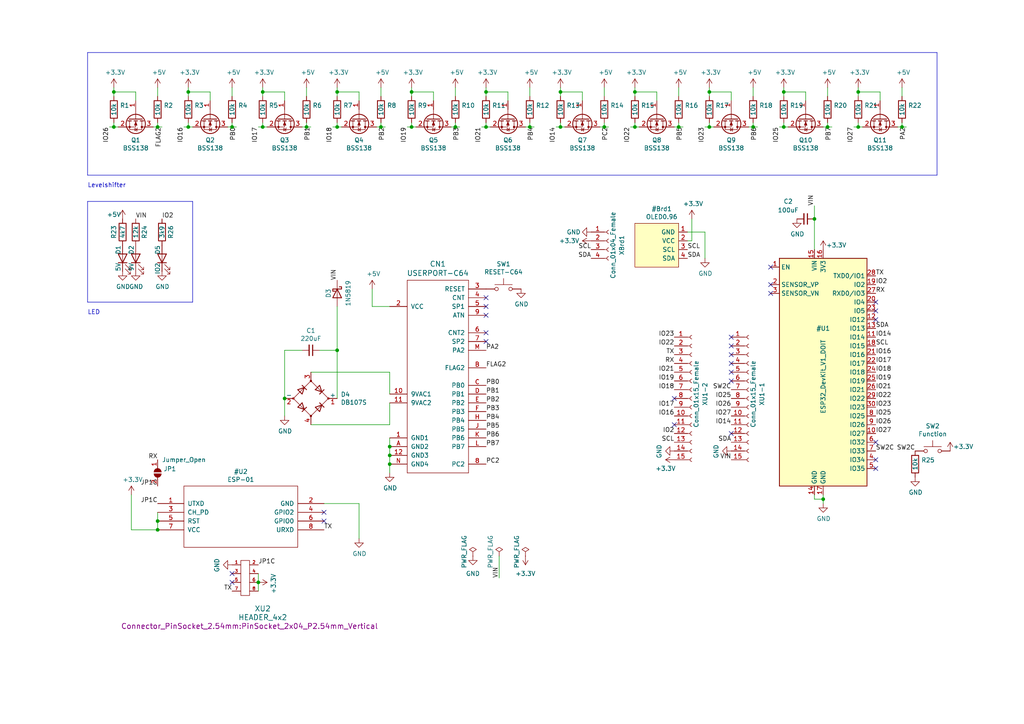
<source format=kicad_sch>
(kicad_sch (version 20230121) (generator eeschema)
  (paper "A4")
  (title_block (title "WiC64 Plugin") (date "2021-01-18") (rev "0.6") (comment 1 "(C) 2021 by GMP"))
  (lib_symbols
    (symbol "Connector:Conn_01x04_Socket" (pin_names (offset 1.016) hide)
      (property "Reference" "J" (at 0 5.08 0))
      (property "Value" "Conn_01x04_Socket" (at 0 -7.62 0))
      (symbol "Conn_01x04_Socket_1_1"
        (pin passive line (at -5.08 2.54 0) (length 3.81) (name "Pin_1") (number "1"))
        (pin passive line (at -5.08 0 0) (length 3.81) (name "Pin_2") (number "2"))
        (pin passive line (at -5.08 -2.54 0) (length 3.81) (name "Pin_3") (number "3"))
        (pin passive line (at -5.08 -5.08 0) (length 3.81) (name "Pin_4") (number "4"))
      )
    )
    (symbol "Connector:Conn_01x15_Socket" (pin_names (offset 1.016) hide)
      (property "Reference" "J" (at 0 20.32 0))
      (property "Value" "Conn_01x15_Socket" (at 0 -20.32 0))
      (symbol "Conn_01x15_Socket_1_1"
        (pin passive line (at -5.08 17.78 0) (length 3.81) (name "Pin_1") (number "1"))
        (pin passive line (at -5.08 -5.08 0) (length 3.81) (name "Pin_10") (number "10"))
        (pin passive line (at -5.08 -7.62 0) (length 3.81) (name "Pin_11") (number "11"))
        (pin passive line (at -5.08 -10.16 0) (length 3.81) (name "Pin_12") (number "12"))
        (pin passive line (at -5.08 -12.7 0) (length 3.81) (name "Pin_13") (number "13"))
        (pin passive line (at -5.08 -15.24 0) (length 3.81) (name "Pin_14") (number "14"))
        (pin passive line (at -5.08 -17.78 0) (length 3.81) (name "Pin_15") (number "15"))
        (pin passive line (at -5.08 15.24 0) (length 3.81) (name "Pin_2") (number "2"))
        (pin passive line (at -5.08 12.7 0) (length 3.81) (name "Pin_3") (number "3"))
        (pin passive line (at -5.08 10.16 0) (length 3.81) (name "Pin_4") (number "4"))
        (pin passive line (at -5.08 7.62 0) (length 3.81) (name "Pin_5") (number "5"))
        (pin passive line (at -5.08 5.08 0) (length 3.81) (name "Pin_6") (number "6"))
        (pin passive line (at -5.08 2.54 0) (length 3.81) (name "Pin_7") (number "7"))
        (pin passive line (at -5.08 0 0) (length 3.81) (name "Pin_8") (number "8"))
        (pin passive line (at -5.08 -2.54 0) (length 3.81) (name "Pin_9") (number "9"))
      )
    )
    (symbol "Device:C_Small" (pin_numbers hide) (pin_names (offset 0.254) hide)
      (property "Reference" "C" (at 0.254 1.778 0))
      (property "Value" "C_Small" (at 0.254 -2.032 0))
      (symbol "C_Small_1_1"
        (pin passive line (at 0 2.54 270) (length 2.032) (name "~") (number "1"))
        (pin passive line (at 0 -2.54 90) (length 2.032) (name "~") (number "2"))
      )
    )
    (symbol "Device:D_Bridge_+-AA" (pin_names (offset 0))
      (property "Reference" "D" (at 2.54 6.985 0))
      (property "Value" "D_Bridge_+-AA" (at 2.54 5.08 0))
      (symbol "D_Bridge_+-AA_1_1"
        (pin passive line (at 7.62 0 180) (length 2.54) (name "+") (number "1"))
        (pin passive line (at -7.62 0 0) (length 2.54) (name "-") (number "2"))
        (pin passive line (at 0 7.62 270) (length 2.54) (name "~") (number "3"))
        (pin passive line (at 0 -7.62 90) (length 2.54) (name "~") (number "4"))
      )
    )
    (symbol "Device:D_Schottky" (pin_numbers hide) (pin_names (offset 1.016) hide)
      (property "Reference" "D" (at 0 2.54 0))
      (property "Value" "D_Schottky" (at 0 -2.54 0))
      (symbol "D_Schottky_1_1"
        (pin passive line (at -3.81 0 0) (length 2.54) (name "K") (number "1"))
        (pin passive line (at 3.81 0 180) (length 2.54) (name "A") (number "2"))
      )
    )
    (symbol "Device:LED" (pin_numbers hide) (pin_names (offset 1.016) hide)
      (property "Reference" "D" (at 0 2.54 0))
      (property "Value" "LED" (at 0 -2.54 0))
      (symbol "LED_1_1"
        (pin passive line (at -3.81 0 0) (length 2.54) (name "K") (number "1"))
        (pin passive line (at 3.81 0 180) (length 2.54) (name "A") (number "2"))
      )
    )
    (symbol "Device:R" (pin_numbers hide) (pin_names (offset 0))
      (property "Reference" "R" (at 2.032 0 90))
      (property "Value" "R" (at 0 0 90))
      (symbol "R_1_1"
        (pin passive line (at 0 3.81 270) (length 1.27) (name "~") (number "1"))
        (pin passive line (at 0 -3.81 90) (length 1.27) (name "~") (number "2"))
      )
    )
    (symbol "ESP8266:ESP-01v090" (pin_names (offset 1.016))
      (property "Reference" "U" (at 0 -2.54 0))
      (property "Value" "ESP-01v090" (at 0 2.54 0))
      (symbol "ESP-01v090_1_1"
        (pin output line (at -24.13 3.81 0) (length 7.62) (name "UTXD") (number "1"))
        (pin power_in line (at 24.13 3.81 180) (length 7.62) (name "GND") (number "2"))
        (pin input line (at -24.13 1.27 0) (length 7.62) (name "CH_PD") (number "3"))
        (pin tri_state line (at 24.13 1.27 180) (length 7.62) (name "GPIO2") (number "4"))
        (pin input line (at -24.13 -1.27 0) (length 7.62) (name "RST") (number "5"))
        (pin tri_state line (at 24.13 -1.27 180) (length 7.62) (name "GPIO0") (number "6"))
        (pin power_in line (at -24.13 -3.81 0) (length 7.62) (name "VCC") (number "7"))
        (pin input line (at 24.13 -3.81 180) (length 7.62) (name "URXD") (number "8"))
      )
    )
    (symbol "Jumper:SolderJumper_2_Open" (pin_names (offset 0) hide)
      (property "Reference" "JP" (at 0 2.032 0))
      (property "Value" "SolderJumper_2_Open" (at 0 -2.54 0))
      (symbol "SolderJumper_2_Open_1_1"
        (pin passive line (at -3.81 0 0) (length 2.54) (name "A") (number "1"))
        (pin passive line (at 3.81 0 180) (length 2.54) (name "B") (number "2"))
      )
    )
    (symbol "SSD1306-128x64_OLED:SSD1306" (pin_names (offset 1.016))
      (property "Reference" "Brd" (at 0 -3.81 0))
      (property "Value" "SSD1306" (at 0 -1.27 0))
      (symbol "SSD1306_1_1"
        (pin input line (at -3.81 8.89 270) (length 2.54) (name "GND") (number "1"))
        (pin input line (at -1.27 8.89 270) (length 2.54) (name "VCC") (number "2"))
        (pin input line (at 1.27 8.89 270) (length 2.54) (name "SCL") (number "3"))
        (pin input line (at 3.81 8.89 270) (length 2.54) (name "SDA") (number "4"))
      )
    )
    (symbol "Switch:SW_Push" (pin_numbers hide) (pin_names (offset 1.016) hide)
      (property "Reference" "SW" (at 1.27 2.54 0))
      (property "Value" "SW_Push" (at 0 -1.524 0))
      (symbol "SW_Push_0_1"
        (pin passive line (at -5.08 0 0) (length 2.54) (name "1") (number "1"))
        (pin passive line (at 5.08 0 180) (length 2.54) (name "2") (number "2"))
      )
    )
    (symbol "Transistor_FET:BSS138" (pin_names hide)
      (property "Reference" "Q" (at 5.08 1.905 0))
      (property "Value" "BSS138" (at 5.08 0 0))
      (symbol "BSS138_1_1"
        (pin input line (at -5.08 0 0) (length 2.54) (name "G") (number "1"))
        (pin passive line (at 2.54 -5.08 90) (length 2.54) (name "S") (number "2"))
        (pin passive line (at 2.54 5.08 270) (length 2.54) (name "D") (number "3"))
      )
    )
    (symbol "cbm-connectors:USERPORT-C64-CONN" (pin_names (offset 1.016))
      (property "Reference" "CN" (at -10.16 28.448 0))
      (property "Value" "USERPORT-C64-CONN" (at -10.16 -30.48 0))
      (property "Footprint" "cbm-connectors:UPS24CONN" (at 0 0 0))
      (symbol "USERPORT-C64-CONN_1_0"
        (pin power_in line (at -15.24 -17.78 0) (length 5.08) (name "GND1") (number "1"))
        (pin power_out line (at -15.24 -5.08 0) (length 5.08) (name "9VAC1") (number "10"))
        (pin power_out line (at -15.24 -7.62 0) (length 5.08) (name "9VAC2") (number "11"))
        (pin power_in line (at -15.24 -22.86 0) (length 5.08) (name "GND3") (number "12"))
        (pin power_out line (at -15.24 20.32 0) (length 5.08) (name "VCC") (number "2"))
        (pin passive line (at 12.7 25.4 180) (length 5.08) (name "RESET") (number "3"))
        (pin input line (at 12.7 22.86 180) (length 5.08) (name "CNT") (number "4"))
        (pin bidirectional line (at 12.7 20.32 180) (length 5.08) (name "SP1") (number "5"))
        (pin input line (at 12.7 12.7 180) (length 5.08) (name "CNT2") (number "6"))
        (pin bidirectional line (at 12.7 10.16 180) (length 5.08) (name "SP2") (number "7"))
        (pin output line (at 12.7 -25.4 180) (length 5.08) (name "PC2") (number "8"))
        (pin output line (at 12.7 17.78 180) (length 5.08) (name "ATN") (number "9"))
        (pin power_in line (at -15.24 -20.32 0) (length 5.08) (name "GND2") (number "A"))
        (pin input line (at 12.7 2.54 180) (length 5.08) (name "FLAG2") (number "B"))
        (pin bidirectional line (at 12.7 -2.54 180) (length 5.08) (name "PB0") (number "C"))
        (pin bidirectional line (at 12.7 -5.08 180) (length 5.08) (name "PB1") (number "D"))
        (pin bidirectional line (at 12.7 -7.62 180) (length 5.08) (name "PB2") (number "E"))
        (pin bidirectional line (at 12.7 -10.16 180) (length 5.08) (name "PB3") (number "F"))
        (pin bidirectional line (at 12.7 -12.7 180) (length 5.08) (name "PB4") (number "H"))
        (pin bidirectional line (at 12.7 -15.24 180) (length 5.08) (name "PB5") (number "J"))
        (pin bidirectional line (at 12.7 -17.78 180) (length 5.08) (name "PB6") (number "K"))
        (pin bidirectional line (at 12.7 -20.32 180) (length 5.08) (name "PB7") (number "L"))
        (pin bidirectional line (at 12.7 7.62 180) (length 5.08) (name "PA2") (number "M"))
        (pin power_in line (at -15.24 -25.4 0) (length 5.08) (name "GND4") (number "N"))
      )
    )
    (symbol "esp32_devkit_v1_doit:ESP32_DevKit_V1_DOIT"
      (property "Reference" "U" (at -11.43 34.29 0))
      (property "Value" "ESP32_DevKit_V1_DOIT" (at 11.43 34.29 0))
      (symbol "ESP32_DevKit_V1_DOIT_1_1"
        (pin input line (at -15.24 30.48 0) (length 2.54) (name "EN") (number "1"))
        (pin bidirectional line (at 15.24 -17.78 180) (length 2.54) (name "IO27") (number "10"))
        (pin bidirectional line (at 15.24 10.16 180) (length 2.54) (name "IO14") (number "11"))
        (pin bidirectional line (at 15.24 15.24 180) (length 2.54) (name "IO12") (number "12"))
        (pin bidirectional line (at 15.24 12.7 180) (length 2.54) (name "IO13") (number "13"))
        (pin power_in line (at -2.54 -35.56 90) (length 2.54) (name "GND") (number "14"))
        (pin power_in line (at -2.54 35.56 270) (length 2.54) (name "VIN") (number "15"))
        (pin power_in line (at 0 35.56 270) (length 2.54) (name "3V3") (number "16"))
        (pin power_in line (at 0 -35.56 90) (length 2.54) (name "GND") (number "17"))
        (pin bidirectional line (at 15.24 7.62 180) (length 2.54) (name "IO15") (number "18"))
        (pin bidirectional line (at 15.24 25.4 180) (length 2.54) (name "IO2") (number "19"))
        (pin input line (at -15.24 25.4 0) (length 2.54) (name "SENSOR_VP") (number "2"))
        (pin bidirectional line (at 15.24 20.32 180) (length 2.54) (name "IO4") (number "20"))
        (pin bidirectional line (at 15.24 5.08 180) (length 2.54) (name "IO16") (number "21"))
        (pin bidirectional line (at 15.24 2.54 180) (length 2.54) (name "IO17") (number "22"))
        (pin bidirectional line (at 15.24 17.78 180) (length 2.54) (name "IO5") (number "23"))
        (pin bidirectional line (at 15.24 0 180) (length 2.54) (name "IO18") (number "24"))
        (pin bidirectional line (at 15.24 -2.54 180) (length 2.54) (name "IO19") (number "25"))
        (pin bidirectional line (at 15.24 -5.08 180) (length 2.54) (name "IO21") (number "26"))
        (pin bidirectional line (at 15.24 22.86 180) (length 2.54) (name "RXD0/IO3") (number "27"))
        (pin bidirectional line (at 15.24 27.94 180) (length 2.54) (name "TXD0/IO1") (number "28"))
        (pin bidirectional line (at 15.24 -7.62 180) (length 2.54) (name "IO22") (number "29"))
        (pin input line (at -15.24 22.86 0) (length 2.54) (name "SENSOR_VN") (number "3"))
        (pin bidirectional line (at 15.24 -10.16 180) (length 2.54) (name "IO23") (number "30"))
        (pin input line (at 15.24 -25.4 180) (length 2.54) (name "IO34") (number "4"))
        (pin input line (at 15.24 -27.94 180) (length 2.54) (name "IO35") (number "5"))
        (pin bidirectional line (at 15.24 -20.32 180) (length 2.54) (name "IO32") (number "6"))
        (pin bidirectional line (at 15.24 -22.86 180) (length 2.54) (name "IO33") (number "7"))
        (pin bidirectional line (at 15.24 -12.7 180) (length 2.54) (name "IO25") (number "8"))
        (pin bidirectional line (at 15.24 -15.24 180) (length 2.54) (name "IO26") (number "9"))
      )
    )
    (symbol "power:+3.3V" (power) (pin_names (offset 0))
      (property "Value" "+3.3V" (at 0 3.556 0))
      (symbol "+3.3V_1_1"
        (pin power_in line (at 0 0 90) (length 0) hide (name "+3.3V") (number "1"))
      )
    )
    (symbol "power:+5V" (power) (pin_names (offset 0))
      (property "Value" "+5V" (at 0 3.556 0))
      (symbol "+5V_1_1"
        (pin power_in line (at 0 0 90) (length 0) hide (name "+5V") (number "1"))
      )
    )
    (symbol "power:GND" (power) (pin_names (offset 0))
      (property "Value" "GND" (at 0 -3.81 0))
      (symbol "GND_1_1"
        (pin power_in line (at 0 0 270) (length 0) hide (name "GND") (number "1"))
      )
    )
    (symbol "power:PWR_FLAG" (power) (pin_numbers hide) (pin_names (offset 0) hide)
      (property "Value" "PWR_FLAG" (at 0 3.81 0))
      (symbol "PWR_FLAG_0_0"
        (pin power_out line (at 0 0 90) (length 0) (name "pwr") (number "1"))
      )
    )
    (symbol "w_connectors:HEADER_4x2" (pin_names (offset 0))
      (property "Reference" "J" (at 0 6.35 0))
      (property "Value" "HEADER_4x2" (at 0 -6.35 0))
      (symbol "HEADER_4x2_1_1"
        (pin passive line (at -3.81 3.81 0) (length 2.54) (name "~") (number "1"))
        (pin passive line (at 3.81 3.81 180) (length 2.54) (name "~") (number "2"))
        (pin passive line (at -3.81 1.27 0) (length 2.54) (name "~") (number "3"))
        (pin passive line (at 3.81 1.27 180) (length 2.54) (name "~") (number "4"))
        (pin passive line (at -3.81 -1.27 0) (length 2.54) (name "~") (number "5"))
        (pin passive line (at 3.81 -1.27 180) (length 2.54) (name "~") (number "6"))
        (pin passive line (at -3.81 -3.81 0) (length 2.54) (name "~") (number "7"))
        (pin passive line (at 3.81 -3.81 180) (length 2.54) (name "~") (number "8"))
      )
    )
  )
  (junction (at 45.72 151.13))
  (junction (at 76.2 26.67))
  (junction (at 97.79 26.67))
  (junction (at 248.92 36.83))
  (junction (at 54.61 26.67))
  (junction (at 248.92 26.67))
  (junction (at 113.03 132.08))
  (junction (at 119.38 36.83))
  (junction (at 236.22 63.5))
  (junction (at 113.03 129.54))
  (junction (at 33.02 26.67))
  (junction (at 175.26 36.83))
  (junction (at 261.62 36.83))
  (junction (at 97.79 101.6))
  (junction (at 205.74 36.83))
  (junction (at 140.97 26.67))
  (junction (at 227.33 36.83))
  (junction (at 196.85 36.83))
  (junction (at 205.74 26.67))
  (junction (at 240.03 36.83))
  (junction (at 162.56 26.67))
  (junction (at 88.9 36.83))
  (junction (at 119.38 26.67))
  (junction (at 140.97 36.83))
  (junction (at 113.03 134.62))
  (junction (at 54.61 36.83))
  (junction (at 110.49 36.83))
  (junction (at 218.44 36.83))
  (junction (at 153.67 36.83))
  (junction (at 227.33 26.67))
  (junction (at 45.72 153.67))
  (junction (at 74.93 168.91))
  (junction (at 132.08 36.83))
  (junction (at 184.15 36.83))
  (junction (at 82.55 115.57))
  (junction (at 33.02 36.83))
  (junction (at 76.2 36.83))
  (junction (at 97.79 36.83))
  (junction (at 162.56 36.83))
  (junction (at 45.72 36.83))
  (junction (at 238.76 144.78))
  (junction (at 184.15 26.67))
  (junction (at 67.31 36.83))
  (no_connect (at 254 92.71))
  (no_connect (at 254 133.35))
  (no_connect (at 195.58 123.19))
  (no_connect (at 93.98 148.59))
  (no_connect (at 212.09 105.41))
  (no_connect (at 140.97 91.44))
  (no_connect (at 254 135.89))
  (no_connect (at 140.97 86.36))
  (no_connect (at 212.09 97.79))
  (no_connect (at 254 87.63))
  (no_connect (at 254 90.17))
  (no_connect (at 140.97 88.9))
  (no_connect (at 212.09 110.49))
  (no_connect (at 254 128.27))
  (no_connect (at 223.52 82.55))
  (no_connect (at 212.09 107.95))
  (no_connect (at 223.52 85.09))
  (no_connect (at 212.09 102.87))
  (no_connect (at 67.31 166.37))
  (no_connect (at 140.97 96.52))
  (no_connect (at 223.52 77.47))
  (no_connect (at 212.09 125.73))
  (no_connect (at 195.58 115.57))
  (no_connect (at 67.31 168.91))
  (no_connect (at 93.98 151.13))
  (no_connect (at 140.97 99.06))
  (no_connect (at 212.09 100.33))
  (wire (pts (xy 120.65 36.83) (xy 119.38 36.83)))
  (wire (pts (xy 173.99 36.83) (xy 175.26 36.83)))
  (wire (pts (xy 140.97 27.94) (xy 140.97 26.67)))
  (wire (pts (xy 147.32 29.21) (xy 147.32 26.67)))
  (wire (pts (xy 175.26 27.94) (xy 175.26 25.4)))
  (wire (pts (xy 109.22 36.83) (xy 110.49 36.83)))
  (wire (pts (xy 38.1 143.51) (xy 38.1 153.67)))
  (wire (pts (xy 184.15 36.83) (xy 184.15 35.56)))
  (wire (pts (xy 33.02 36.83) (xy 33.02 35.56)))
  (wire (pts (xy 248.92 36.83) (xy 248.92 35.56)))
  (wire (pts (xy 97.79 36.83) (xy 97.79 35.56)))
  (wire (pts (xy 207.01 36.83) (xy 205.74 36.83)))
  (wire (pts (xy 153.67 27.94) (xy 153.67 25.4)))
  (wire (pts (xy 147.32 26.67) (xy 140.97 26.67)))
  (polyline (pts (xy 271.78 50.8) (xy 25.4 50.8)))
  (wire (pts (xy 97.79 26.67) (xy 97.79 25.4)))
  (wire (pts (xy 175.26 36.83) (xy 175.26 35.56)))
  (wire (pts (xy 162.56 36.83) (xy 161.29 36.83)))
  (wire (pts (xy 248.92 36.83) (xy 247.65 36.83)))
  (wire (pts (xy 119.38 27.94) (xy 119.38 26.67)))
  (wire (pts (xy 119.38 26.67) (xy 119.38 25.4)))
  (wire (pts (xy 113.03 137.16) (xy 113.03 134.62)))
  (wire (pts (xy 82.55 26.67) (xy 76.2 26.67)))
  (wire (pts (xy 205.74 26.67) (xy 205.74 25.4)))
  (wire (pts (xy 227.33 26.67) (xy 227.33 25.4)))
  (wire (pts (xy 76.2 26.67) (xy 76.2 25.4)))
  (polyline (pts (xy 25.4 58.42) (xy 55.88 58.42)))
  (wire (pts (xy 54.61 27.94) (xy 54.61 26.67)))
  (wire (pts (xy 74.93 166.37) (xy 74.93 168.91)))
  (wire (pts (xy 190.5 26.67) (xy 184.15 26.67)))
  (wire (pts (xy 152.4 36.83) (xy 153.67 36.83)))
  (wire (pts (xy 34.29 36.83) (xy 33.02 36.83)))
  (wire (pts (xy 217.17 36.83) (xy 218.44 36.83)))
  (wire (pts (xy 113.03 132.08) (xy 113.03 129.54)))
  (wire (pts (xy 45.72 36.83) (xy 45.72 35.56)))
  (wire (pts (xy 240.03 27.94) (xy 240.03 25.4)))
  (wire (pts (xy 238.76 143.51) (xy 238.76 144.78)))
  (wire (pts (xy 248.92 27.94) (xy 248.92 26.67)))
  (wire (pts (xy 74.93 171.45) (xy 74.93 168.91)))
  (wire (pts (xy 227.33 27.94) (xy 227.33 26.67)))
  (wire (pts (xy 97.79 27.94) (xy 97.79 26.67)))
  (wire (pts (xy 228.6 36.83) (xy 227.33 36.83)))
  (wire (pts (xy 104.14 26.67) (xy 97.79 26.67)))
  (wire (pts (xy 110.49 36.83) (xy 110.49 35.56)))
  (wire (pts (xy 168.91 29.21) (xy 168.91 26.67)))
  (wire (pts (xy 39.37 26.67) (xy 33.02 26.67)))
  (wire (pts (xy 119.38 36.83) (xy 119.38 35.56)))
  (wire (pts (xy 76.2 36.83) (xy 74.93 36.83)))
  (wire (pts (xy 60.96 26.67) (xy 54.61 26.67)))
  (wire (pts (xy 261.62 36.83) (xy 261.62 35.56)))
  (wire (pts (xy 107.95 88.9) (xy 107.95 83.82)))
  (wire (pts (xy 140.97 36.83) (xy 139.7 36.83)))
  (wire (pts (xy 125.73 26.67) (xy 119.38 26.67)))
  (wire (pts (xy 240.03 36.83) (xy 241.3 36.83)))
  (wire (pts (xy 38.1 153.67) (xy 45.72 153.67)))
  (wire (pts (xy 67.31 36.83) (xy 67.31 35.56)))
  (wire (pts (xy 196.85 27.94) (xy 196.85 25.4)))
  (wire (pts (xy 195.58 36.83) (xy 196.85 36.83)))
  (wire (pts (xy 212.09 29.21) (xy 212.09 26.67)))
  (wire (pts (xy 205.74 27.94) (xy 205.74 26.67)))
  (wire (pts (xy 54.61 36.83) (xy 53.34 36.83)))
  (wire (pts (xy 90.17 123.19) (xy 113.03 123.19)))
  (polyline (pts (xy 25.4 58.42) (xy 25.4 87.63)))
  (wire (pts (xy 132.08 27.94) (xy 132.08 25.4)))
  (wire (pts (xy 45.72 36.83) (xy 46.99 36.83)))
  (wire (pts (xy 87.63 101.6) (xy 82.55 101.6)))
  (wire (pts (xy 260.35 36.83) (xy 261.62 36.83)))
  (wire (pts (xy 144.78 161.29) (xy 144.78 167.64)))
  (wire (pts (xy 88.9 36.83) (xy 88.9 35.56)))
  (wire (pts (xy 162.56 26.67) (xy 162.56 25.4)))
  (wire (pts (xy 238.76 36.83) (xy 240.03 36.83)))
  (wire (pts (xy 97.79 36.83) (xy 96.52 36.83)))
  (wire (pts (xy 104.14 146.05) (xy 104.14 156.21)))
  (wire (pts (xy 168.91 26.67) (xy 162.56 26.67)))
  (wire (pts (xy 113.03 123.19) (xy 113.03 116.84)))
  (wire (pts (xy 205.74 36.83) (xy 204.47 36.83)))
  (wire (pts (xy 199.39 69.85) (xy 200.66 69.85)))
  (wire (pts (xy 199.39 67.31) (xy 204.47 67.31)))
  (wire (pts (xy 119.38 36.83) (xy 118.11 36.83)))
  (wire (pts (xy 113.03 88.9) (xy 107.95 88.9)))
  (wire (pts (xy 236.22 63.5) (xy 236.22 72.39)))
  (wire (pts (xy 54.61 36.83) (xy 54.61 35.56)))
  (wire (pts (xy 200.66 69.85) (xy 200.66 63.5)))
  (wire (pts (xy 113.03 129.54) (xy 113.03 127)))
  (wire (pts (xy 125.73 29.21) (xy 125.73 26.67)))
  (polyline (pts (xy 271.78 15.24) (xy 271.78 50.8)))
  (wire (pts (xy 104.14 29.21) (xy 104.14 26.67)))
  (wire (pts (xy 66.04 36.83) (xy 67.31 36.83)))
  (wire (pts (xy 33.02 26.67) (xy 33.02 25.4)))
  (wire (pts (xy 142.24 36.83) (xy 140.97 36.83)))
  (wire (pts (xy 110.49 36.83) (xy 111.76 36.83)))
  (wire (pts (xy 248.92 26.67) (xy 248.92 25.4)))
  (wire (pts (xy 67.31 36.83) (xy 68.58 36.83)))
  (wire (pts (xy 163.83 36.83) (xy 162.56 36.83)))
  (wire (pts (xy 261.62 36.83) (xy 262.89 36.83)))
  (wire (pts (xy 153.67 36.83) (xy 153.67 35.56)))
  (wire (pts (xy 236.22 63.5) (xy 236.22 59.69)))
  (wire (pts (xy 45.72 27.94) (xy 45.72 25.4)))
  (wire (pts (xy 205.74 36.83) (xy 205.74 35.56)))
  (wire (pts (xy 55.88 36.83) (xy 54.61 36.83)))
  (wire (pts (xy 67.31 27.94) (xy 67.31 25.4)))
  (wire (pts (xy 45.72 148.59) (xy 45.72 151.13)))
  (polyline (pts (xy 25.4 15.24) (xy 271.78 15.24)))
  (wire (pts (xy 33.02 36.83) (xy 31.75 36.83)))
  (wire (pts (xy 88.9 27.94) (xy 88.9 25.4)))
  (wire (pts (xy 132.08 36.83) (xy 133.35 36.83)))
  (wire (pts (xy 140.97 36.83) (xy 140.97 35.56)))
  (wire (pts (xy 92.71 101.6) (xy 97.79 101.6)))
  (wire (pts (xy 238.76 144.78) (xy 238.76 146.05)))
  (wire (pts (xy 184.15 36.83) (xy 182.88 36.83)))
  (wire (pts (xy 90.17 107.95) (xy 113.03 107.95)))
  (wire (pts (xy 236.22 144.78) (xy 238.76 144.78)))
  (wire (pts (xy 261.62 27.94) (xy 261.62 25.4)))
  (wire (pts (xy 196.85 36.83) (xy 198.12 36.83)))
  (polyline (pts (xy 25.4 15.24) (xy 25.4 50.8)))
  (wire (pts (xy 97.79 101.6) (xy 97.79 115.57)))
  (wire (pts (xy 184.15 27.94) (xy 184.15 26.67)))
  (wire (pts (xy 76.2 27.94) (xy 76.2 26.67)))
  (wire (pts (xy 54.61 26.67) (xy 54.61 25.4)))
  (wire (pts (xy 185.42 36.83) (xy 184.15 36.83)))
  (wire (pts (xy 77.47 36.83) (xy 76.2 36.83)))
  (wire (pts (xy 240.03 36.83) (xy 240.03 35.56)))
  (wire (pts (xy 97.79 88.9) (xy 97.79 101.6)))
  (wire (pts (xy 250.19 36.83) (xy 248.92 36.83)))
  (wire (pts (xy 113.03 107.95) (xy 113.03 114.3)))
  (wire (pts (xy 153.67 36.83) (xy 154.94 36.83)))
  (wire (pts (xy 76.2 36.83) (xy 76.2 35.56)))
  (wire (pts (xy 132.08 36.83) (xy 132.08 35.56)))
  (wire (pts (xy 39.37 29.21) (xy 39.37 26.67)))
  (wire (pts (xy 45.72 151.13) (xy 45.72 153.67)))
  (wire (pts (xy 233.68 29.21) (xy 233.68 26.67)))
  (wire (pts (xy 233.68 26.67) (xy 227.33 26.67)))
  (wire (pts (xy 60.96 29.21) (xy 60.96 26.67)))
  (polyline (pts (xy 55.88 58.42) (xy 55.88 87.63)))
  (wire (pts (xy 87.63 36.83) (xy 88.9 36.83)))
  (wire (pts (xy 218.44 36.83) (xy 218.44 35.56)))
  (wire (pts (xy 93.98 146.05) (xy 104.14 146.05)))
  (wire (pts (xy 175.26 36.83) (xy 176.53 36.83)))
  (wire (pts (xy 255.27 26.67) (xy 248.92 26.67)))
  (wire (pts (xy 227.33 36.83) (xy 227.33 35.56)))
  (wire (pts (xy 88.9 36.83) (xy 90.17 36.83)))
  (wire (pts (xy 184.15 26.67) (xy 184.15 25.4)))
  (wire (pts (xy 82.55 120.65) (xy 82.55 115.57)))
  (wire (pts (xy 99.06 36.83) (xy 97.79 36.83)))
  (wire (pts (xy 113.03 134.62) (xy 113.03 132.08)))
  (wire (pts (xy 130.81 36.83) (xy 132.08 36.83)))
  (wire (pts (xy 162.56 27.94) (xy 162.56 26.67)))
  (wire (pts (xy 218.44 27.94) (xy 218.44 25.4)))
  (wire (pts (xy 227.33 36.83) (xy 226.06 36.83)))
  (wire (pts (xy 82.55 29.21) (xy 82.55 26.67)))
  (wire (pts (xy 82.55 101.6) (xy 82.55 115.57)))
  (wire (pts (xy 110.49 27.94) (xy 110.49 25.4)))
  (wire (pts (xy 255.27 29.21) (xy 255.27 26.67)))
  (wire (pts (xy 236.22 143.51) (xy 236.22 144.78)))
  (wire (pts (xy 140.97 26.67) (xy 140.97 25.4)))
  (wire (pts (xy 190.5 29.21) (xy 190.5 26.67)))
  (wire (pts (xy 212.09 26.67) (xy 205.74 26.67)))
  (wire (pts (xy 44.45 36.83) (xy 45.72 36.83)))
  (polyline (pts (xy 55.88 87.63) (xy 25.4 87.63)))
  (wire (pts (xy 218.44 36.83) (xy 219.71 36.83)))
  (wire (pts (xy 33.02 27.94) (xy 33.02 26.67)))
  (wire (pts (xy 204.47 67.31) (xy 204.47 74.93)))
  (wire (pts (xy 162.56 36.83) (xy 162.56 35.56)))
  (wire (pts (xy 196.85 36.83) (xy 196.85 35.56)))
  (text "Levelshifter" (at 25.4 54.61 0) (effects (font (size 1.27 1.27)) (justify left bottom)))
  (text "LED" (at 25.4 91.44 0) (effects (font (size 1.27 1.27)) (justify left bottom)))
  (label "SW2C" (at 254 130.81 0))
  (label "IO14" (at 212.09 123.19 180))
  (label "TX" (at 195.58 102.87 180))
  (label "IO27" (at 212.09 120.65 180))
  (label "VIN" (at 97.79 81.28 90))
  (label "PB5" (at 198.12 36.83 270))
  (label "IO21" (at 254 113.03 0))
  (label "FLAG2" (at 140.97 106.68 0))
  (label "IO2" (at 195.58 125.73 180))
  (label "IO16" (at 254 102.87 0))
  (label "IO21" (at 139.7 36.83 270))
  (label "VIN" (at 144.78 167.64 90))
  (label "IO17" (at 254 105.41 0))
  (label "PB5" (at 140.97 124.46 0))
  (label "PC2" (at 140.97 134.62 0))
  (label "PB0" (at 140.97 111.76 0))
  (label "IO17" (at 74.93 36.83 270))
  (label "IO19" (at 195.58 110.49 180))
  (label "PC2" (at 176.53 36.83 270))
  (label "IO23" (at 204.47 36.83 270))
  (label "IO14" (at 254 97.79 0))
  (label "PB7" (at 140.97 129.54 0))
  (label "PB4" (at 154.94 36.83 270))
  (label "PB6" (at 140.97 127 0))
  (label "VIN" (at 39.37 63.5 0))
  (label "FLAG2" (at 46.99 36.83 270))
  (label "PA2" (at 262.89 36.83 270))
  (label "IO25" (at 212.09 115.57 180))
  (label "SDA" (at 171.45 74.93 180))
  (label "TX" (at 67.31 171.45 180))
  (label "IO2" (at 254 82.55 0))
  (label "IO18" (at 96.52 36.83 270))
  (label "VIN" (at 212.09 133.35 180))
  (label "IO27" (at 247.65 36.83 270))
  (label "IO19" (at 118.11 36.83 270))
  (label "IO26" (at 254 123.19 0))
  (label "IO26" (at 212.09 118.11 180))
  (label "RX" (at 254 85.09 0))
  (label "RX" (at 45.72 133.35 180))
  (label "PB3" (at 140.97 119.38 0))
  (label "JP1C" (at 45.72 140.97 180))
  (label "PB4" (at 140.97 121.92 0))
  (label "PB3" (at 133.35 36.83 270))
  (label "IO25" (at 254 120.65 0))
  (label "SCL" (at 254 100.33 0))
  (label "JP1C" (at 74.93 163.83 0))
  (label "SCL" (at 171.45 72.39 180))
  (label "IO18" (at 195.58 113.03 180))
  (label "IO25" (at 226.06 36.83 270))
  (label "PB7" (at 241.3 36.83 270))
  (label "PB2" (at 111.76 36.83 270))
  (label "IO18" (at 254 107.95 0))
  (label "PB0" (at 68.58 36.83 270))
  (label "SW2C" (at 265.43 130.81 180))
  (label "IO17" (at 195.58 118.11 180))
  (label "IO23" (at 254 118.11 0))
  (label "PB1" (at 90.17 36.83 270))
  (label "IO21" (at 195.58 107.95 180))
  (label "IO19" (at 254 110.49 0))
  (label "TX" (at 254 80.01 0))
  (label "PA2" (at 140.97 101.6 0))
  (label "IO27" (at 254 125.73 0))
  (label "SDA" (at 212.09 128.27 180))
  (label "SDA" (at 199.39 74.93 0))
  (label "VIN" (at 236.22 59.69 90))
  (label "SDA" (at 254 95.25 0))
  (label "IO22" (at 195.58 100.33 180))
  (label "IO23" (at 195.58 97.79 180))
  (label "PB1" (at 140.97 114.3 0))
  (label "IO2" (at 46.99 63.5 0))
  (label "PB6" (at 219.71 36.83 270))
  (label "IO14" (at 161.29 36.83 270))
  (label "JP1C" (at 45.72 146.05 180))
  (label "RX" (at 195.58 105.41 180))
  (label "SW2C" (at 212.09 113.03 180))
  (label "SCL" (at 195.58 128.27 180))
  (label "IO22" (at 182.88 36.83 270))
  (label "IO16" (at 53.34 36.83 270))
  (label "IO16" (at 195.58 120.65 180))
  (label "PB2" (at 140.97 116.84 0))
  (label "IO26" (at 31.75 36.83 270))
  (label "IO22" (at 254 115.57 0))
  (label "TX" (at 93.98 153.67 0))
  (label "SCL" (at 199.39 72.39 0))
  (symbol (lib_id "cbm-connectors:USERPORT-C64-CONN") (at 128.27 109.22 0) (unit 1)
    (property "Reference" "CN1" (at 127 76.5556 0) (effects (font (size 1.4986 1.4986))))
    (property "Value" "USERPORT-C64" (at 127 79.2226 0) (effects (font (size 1.4986 1.4986))))
    (property "Footprint" "cbm-connectors:UPS24CONN" (effects hide))
  )
  (symbol (lib_id "power:GND") (at 113.03 137.16 0) (unit 1)
    (property "Reference" "#PWR031" (effects hide))
    (property "Value" "GND" (at 113.157 141.5542 0))
  )
  (symbol (lib_id "power:+5V") (at 107.95 83.82 0) (unit 1)
    (property "Reference" "#PWR028" (effects hide))
    (property "Value" "+5V" (at 108.331 79.4258 0))
  )
  (symbol (lib_id "Switch:SW_Push") (at 146.05 83.82 0) (unit 1)
    (property "Reference" "SW1" (at 146.05 76.581 0))
    (property "Value" "RESET-C64" (at 146.05 78.8924 0))
    (property "Footprint" "Button_Switch_THT:SW_Tactile_SPST_Angled_PTS645Vx58-2LFS" (effects hide))
    (property "LCSC" "C406160" (effects hide))
  )
  (symbol (lib_id "power:GND") (at 151.13 83.82 0) (unit 1)
    (property "Reference" "#PWR029" (effects hide))
    (property "Value" "GND" (at 151.257 88.2142 0))
  )
  (symbol (lib_id "esp32_devkit_v1_doit:ESP32_DevKit_V1_DOIT") (at 238.76 107.95 0) (unit 1)
    (property "Reference" "#U1" (at 238.76 95.25 0))
    (property "Value" "ESP32_DevKit_V1_DOIT" (at 238.76 109.22 90))
    (property "Footprint" "ESP32_DevKit_V1_DOIT:esp32_devkit_v1_doit" (effects hide))
    (property "Datasheet" "https://aliexpress.com/item/32864722159.html" (effects hide))
  )
  (symbol (lib_id "Transistor_FET:BSS138") (at 39.37 34.29 270) (unit 1)
    (property "Reference" "Q1" (at 39.37 40.64 90))
    (property "Value" "BSS138" (at 39.37 42.9514 90))
    (property "Footprint" "Package_TO_SOT_SMD:SOT-23" (effects hide))
    (property "Datasheet" "https://www.fairchildsemi.com/datasheets/BS/BSS138.pdf" (effects hide))
    (property "LCSC" "C112239" (effects hide))
  )
  (symbol (lib_id "Device:R") (at 33.02 31.75 0) (unit 1)
    (property "Reference" "R1" (at 34.798 30.5816 0) (effects (justify left)))
    (property "Value" "10k" (at 33.02 31.75 90))
    (property "Footprint" "Resistor_SMD:R_0603_1608Metric" (effects hide))
    (property "LCSC" "C25804" (effects hide))
  )
  (symbol (lib_id "power:+3.3V") (at 33.02 25.4 0) (unit 1)
    (property "Reference" "#PWR01" (effects hide))
    (property "Value" "+3.3V" (at 33.401 21.0058 0))
  )
  (symbol (lib_id "power:+5V") (at 45.72 25.4 0) (unit 1)
    (property "Reference" "#PWR02" (effects hide))
    (property "Value" "+5V" (at 46.101 21.0058 0))
  )
  (symbol (lib_id "Device:R") (at 45.72 31.75 0) (unit 1)
    (property "Reference" "R2" (at 47.498 30.5816 0) (effects (justify left)))
    (property "Value" "10k" (at 45.72 31.75 90))
    (property "Footprint" "Resistor_SMD:R_0603_1608Metric" (effects hide))
    (property "LCSC" "C25804" (effects hide))
  )
  (symbol (lib_id "Transistor_FET:BSS138") (at 60.96 34.29 270) (unit 1)
    (property "Reference" "Q2" (at 60.96 40.64 90))
    (property "Value" "BSS138" (at 60.96 42.9514 90))
    (property "Footprint" "Package_TO_SOT_SMD:SOT-23" (effects hide))
    (property "Datasheet" "https://www.fairchildsemi.com/datasheets/BS/BSS138.pdf" (effects hide))
    (property "LCSC" "C112239" (effects hide))
  )
  (symbol (lib_id "Device:R") (at 54.61 31.75 0) (unit 1)
    (property "Reference" "R3" (at 56.388 30.5816 0) (effects (justify left)))
    (property "Value" "10k" (at 54.61 31.75 90))
    (property "Footprint" "Resistor_SMD:R_0603_1608Metric" (effects hide))
    (property "LCSC" "C25804" (effects hide))
  )
  (symbol (lib_id "power:+3.3V") (at 54.61 25.4 0) (unit 1)
    (property "Reference" "#PWR03" (effects hide))
    (property "Value" "+3.3V" (at 54.991 21.0058 0))
  )
  (symbol (lib_id "power:+5V") (at 67.31 25.4 0) (unit 1)
    (property "Reference" "#PWR04" (effects hide))
    (property "Value" "+5V" (at 67.691 21.0058 0))
  )
  (symbol (lib_id "Device:R") (at 67.31 31.75 0) (unit 1)
    (property "Reference" "R4" (at 69.088 30.5816 0) (effects (justify left)))
    (property "Value" "10k" (at 67.31 31.75 90))
    (property "Footprint" "Resistor_SMD:R_0603_1608Metric" (effects hide))
    (property "LCSC" "C25804" (effects hide))
  )
  (symbol (lib_id "Transistor_FET:BSS138") (at 82.55 34.29 270) (unit 1)
    (property "Reference" "Q3" (at 82.55 40.64 90))
    (property "Value" "BSS138" (at 82.55 42.9514 90))
    (property "Footprint" "Package_TO_SOT_SMD:SOT-23" (effects hide))
    (property "Datasheet" "https://www.fairchildsemi.com/datasheets/BS/BSS138.pdf" (effects hide))
    (property "LCSC" "C112239" (effects hide))
  )
  (symbol (lib_id "Device:R") (at 76.2 31.75 0) (unit 1)
    (property "Reference" "R5" (at 77.978 30.5816 0) (effects (justify left)))
    (property "Value" "10k" (at 76.2 31.75 90))
    (property "Footprint" "Resistor_SMD:R_0603_1608Metric" (effects hide))
    (property "LCSC" "C25804" (effects hide))
  )
  (symbol (lib_id "power:+3.3V") (at 76.2 25.4 0) (unit 1)
    (property "Reference" "#PWR05" (effects hide))
    (property "Value" "+3.3V" (at 76.581 21.0058 0))
  )
  (symbol (lib_id "power:+5V") (at 88.9 25.4 0) (unit 1)
    (property "Reference" "#PWR06" (effects hide))
    (property "Value" "+5V" (at 89.281 21.0058 0))
  )
  (symbol (lib_id "Device:R") (at 88.9 31.75 0) (unit 1)
    (property "Reference" "R6" (at 90.678 30.5816 0) (effects (justify left)))
    (property "Value" "10k" (at 88.9 31.75 90))
    (property "Footprint" "Resistor_SMD:R_0603_1608Metric" (effects hide))
    (property "LCSC" "C25804" (effects hide))
  )
  (symbol (lib_id "Transistor_FET:BSS138") (at 104.14 34.29 270) (unit 1)
    (property "Reference" "Q4" (at 104.14 40.64 90))
    (property "Value" "BSS138" (at 104.14 42.9514 90))
    (property "Footprint" "Package_TO_SOT_SMD:SOT-23" (effects hide))
    (property "Datasheet" "https://www.fairchildsemi.com/datasheets/BS/BSS138.pdf" (effects hide))
    (property "LCSC" "C112239" (effects hide))
  )
  (symbol (lib_id "Device:R") (at 97.79 31.75 0) (unit 1)
    (property "Reference" "R7" (at 99.568 30.5816 0) (effects (justify left)))
    (property "Value" "10k" (at 97.79 31.75 90))
    (property "Footprint" "Resistor_SMD:R_0603_1608Metric" (effects hide))
    (property "LCSC" "C25804" (effects hide))
  )
  (symbol (lib_id "power:+3.3V") (at 97.79 25.4 0) (unit 1)
    (property "Reference" "#PWR07" (effects hide))
    (property "Value" "+3.3V" (at 98.171 21.0058 0))
  )
  (symbol (lib_id "power:+5V") (at 110.49 25.4 0) (unit 1)
    (property "Reference" "#PWR08" (effects hide))
    (property "Value" "+5V" (at 110.871 21.0058 0))
  )
  (symbol (lib_id "Device:R") (at 110.49 31.75 0) (unit 1)
    (property "Reference" "R8" (at 112.268 30.5816 0) (effects (justify left)))
    (property "Value" "10k" (at 110.49 31.75 90))
    (property "Footprint" "Resistor_SMD:R_0603_1608Metric" (effects hide))
    (property "LCSC" "C25804" (effects hide))
  )
  (symbol (lib_id "Transistor_FET:BSS138") (at 125.73 34.29 270) (unit 1)
    (property "Reference" "Q5" (at 125.73 40.64 90))
    (property "Value" "BSS138" (at 125.73 42.9514 90))
    (property "Footprint" "Package_TO_SOT_SMD:SOT-23" (effects hide))
    (property "Datasheet" "https://www.fairchildsemi.com/datasheets/BS/BSS138.pdf" (effects hide))
    (property "LCSC" "C112239" (effects hide))
  )
  (symbol (lib_id "Device:R") (at 119.38 31.75 0) (unit 1)
    (property "Reference" "R9" (at 121.158 30.5816 0) (effects (justify left)))
    (property "Value" "10k" (at 119.38 31.75 90))
    (property "Footprint" "Resistor_SMD:R_0603_1608Metric" (effects hide))
    (property "LCSC" "C25804" (effects hide))
  )
  (symbol (lib_id "power:+3.3V") (at 119.38 25.4 0) (unit 1)
    (property "Reference" "#PWR09" (effects hide))
    (property "Value" "+3.3V" (at 119.761 21.0058 0))
  )
  (symbol (lib_id "power:+5V") (at 132.08 25.4 0) (unit 1)
    (property "Reference" "#PWR010" (effects hide))
    (property "Value" "+5V" (at 132.461 21.0058 0))
  )
  (symbol (lib_id "Device:R") (at 132.08 31.75 0) (unit 1)
    (property "Reference" "R10" (at 133.858 30.5816 0) (effects (justify left)))
    (property "Value" "10k" (at 132.08 31.75 90))
    (property "Footprint" "Resistor_SMD:R_0603_1608Metric" (effects hide))
    (property "LCSC" "C25804" (effects hide))
  )
  (symbol (lib_id "Transistor_FET:BSS138") (at 147.32 34.29 270) (unit 1)
    (property "Reference" "Q6" (at 147.32 40.64 90))
    (property "Value" "BSS138" (at 147.32 42.9514 90))
    (property "Footprint" "Package_TO_SOT_SMD:SOT-23" (effects hide))
    (property "Datasheet" "https://www.fairchildsemi.com/datasheets/BS/BSS138.pdf" (effects hide))
    (property "LCSC" "C112239" (effects hide))
  )
  (symbol (lib_id "Device:R") (at 140.97 31.75 0) (unit 1)
    (property "Reference" "R11" (at 142.748 30.5816 0) (effects (justify left)))
    (property "Value" "10k" (at 140.97 31.75 90))
    (property "Footprint" "Resistor_SMD:R_0603_1608Metric" (effects hide))
    (property "LCSC" "C25804" (effects hide))
  )
  (symbol (lib_id "power:+3.3V") (at 140.97 25.4 0) (unit 1)
    (property "Reference" "#PWR011" (effects hide))
    (property "Value" "+3.3V" (at 141.351 21.0058 0))
  )
  (symbol (lib_id "power:+5V") (at 153.67 25.4 0) (unit 1)
    (property "Reference" "#PWR012" (effects hide))
    (property "Value" "+5V" (at 154.051 21.0058 0))
  )
  (symbol (lib_id "Device:R") (at 153.67 31.75 0) (unit 1)
    (property "Reference" "R12" (at 155.448 30.5816 0) (effects (justify left)))
    (property "Value" "10k" (at 153.67 31.75 90))
    (property "Footprint" "Resistor_SMD:R_0603_1608Metric" (effects hide))
    (property "LCSC" "C25804" (effects hide))
  )
  (symbol (lib_id "Transistor_FET:BSS138") (at 168.91 34.29 270) (unit 1)
    (property "Reference" "Q7" (at 168.91 40.64 90))
    (property "Value" "BSS138" (at 168.91 42.9514 90))
    (property "Footprint" "Package_TO_SOT_SMD:SOT-23" (effects hide))
    (property "Datasheet" "https://www.fairchildsemi.com/datasheets/BS/BSS138.pdf" (effects hide))
    (property "LCSC" "C112239" (effects hide))
  )
  (symbol (lib_id "Device:R") (at 162.56 31.75 0) (unit 1)
    (property "Reference" "R13" (at 164.338 30.5816 0) (effects (justify left)))
    (property "Value" "10k" (at 162.56 31.75 90))
    (property "Footprint" "Resistor_SMD:R_0603_1608Metric" (effects hide))
    (property "LCSC" "C25804" (effects hide))
  )
  (symbol (lib_id "power:+3.3V") (at 162.56 25.4 0) (unit 1)
    (property "Reference" "#PWR013" (effects hide))
    (property "Value" "+3.3V" (at 162.941 21.0058 0))
  )
  (symbol (lib_id "power:+5V") (at 175.26 25.4 0) (unit 1)
    (property "Reference" "#PWR014" (effects hide))
    (property "Value" "+5V" (at 175.641 21.0058 0))
  )
  (symbol (lib_id "Device:R") (at 175.26 31.75 0) (unit 1)
    (property "Reference" "R14" (at 177.038 30.5816 0) (effects (justify left)))
    (property "Value" "10k" (at 175.26 31.75 90))
    (property "Footprint" "Resistor_SMD:R_0603_1608Metric" (effects hide))
    (property "LCSC" "C25804" (effects hide))
  )
  (symbol (lib_id "Transistor_FET:BSS138") (at 190.5 34.29 270) (unit 1)
    (property "Reference" "Q8" (at 190.5 40.64 90))
    (property "Value" "BSS138" (at 190.5 42.9514 90))
    (property "Footprint" "Package_TO_SOT_SMD:SOT-23" (effects hide))
    (property "Datasheet" "https://www.fairchildsemi.com/datasheets/BS/BSS138.pdf" (effects hide))
    (property "LCSC" "C112239" (effects hide))
  )
  (symbol (lib_id "Device:R") (at 184.15 31.75 0) (unit 1)
    (property "Reference" "R15" (at 185.928 30.5816 0) (effects (justify left)))
    (property "Value" "10k" (at 184.15 31.75 90))
    (property "Footprint" "Resistor_SMD:R_0603_1608Metric" (effects hide))
    (property "LCSC" "C25804" (effects hide))
  )
  (symbol (lib_id "power:+3.3V") (at 184.15 25.4 0) (unit 1)
    (property "Reference" "#PWR015" (effects hide))
    (property "Value" "+3.3V" (at 184.531 21.0058 0))
  )
  (symbol (lib_id "power:+5V") (at 196.85 25.4 0) (unit 1)
    (property "Reference" "#PWR016" (effects hide))
    (property "Value" "+5V" (at 197.231 21.0058 0))
  )
  (symbol (lib_id "Device:R") (at 196.85 31.75 0) (unit 1)
    (property "Reference" "R16" (at 198.628 30.5816 0) (effects (justify left)))
    (property "Value" "10k" (at 196.85 31.75 90))
    (property "Footprint" "Resistor_SMD:R_0603_1608Metric" (effects hide))
    (property "LCSC" "C25804" (effects hide))
  )
  (symbol (lib_id "Transistor_FET:BSS138") (at 212.09 34.29 270) (unit 1)
    (property "Reference" "Q9" (at 212.09 40.64 90))
    (property "Value" "BSS138" (at 212.09 42.9514 90))
    (property "Footprint" "Package_TO_SOT_SMD:SOT-23" (effects hide))
    (property "Datasheet" "https://www.fairchildsemi.com/datasheets/BS/BSS138.pdf" (effects hide))
    (property "LCSC" "C112239" (effects hide))
  )
  (symbol (lib_id "Device:R") (at 205.74 31.75 0) (unit 1)
    (property "Reference" "R17" (at 207.518 30.5816 0) (effects (justify left)))
    (property "Value" "10k" (at 205.74 31.75 90))
    (property "Footprint" "Resistor_SMD:R_0603_1608Metric" (effects hide))
    (property "LCSC" "C25804" (effects hide))
  )
  (symbol (lib_id "power:+3.3V") (at 205.74 25.4 0) (unit 1)
    (property "Reference" "#PWR017" (effects hide))
    (property "Value" "+3.3V" (at 206.121 21.0058 0))
  )
  (symbol (lib_id "power:+5V") (at 218.44 25.4 0) (unit 1)
    (property "Reference" "#PWR018" (effects hide))
    (property "Value" "+5V" (at 218.821 21.0058 0))
  )
  (symbol (lib_id "Device:R") (at 218.44 31.75 0) (unit 1)
    (property "Reference" "R18" (at 220.218 30.5816 0) (effects (justify left)))
    (property "Value" "10k" (at 218.44 31.75 90))
    (property "Footprint" "Resistor_SMD:R_0603_1608Metric" (effects hide))
    (property "LCSC" "C25804" (effects hide))
  )
  (symbol (lib_id "Transistor_FET:BSS138") (at 233.68 34.29 270) (unit 1)
    (property "Reference" "Q10" (at 233.68 40.64 90))
    (property "Value" "BSS138" (at 233.68 42.9514 90))
    (property "Footprint" "Package_TO_SOT_SMD:SOT-23" (effects hide))
    (property "Datasheet" "https://www.fairchildsemi.com/datasheets/BS/BSS138.pdf" (effects hide))
    (property "LCSC" "C112239" (effects hide))
  )
  (symbol (lib_id "Device:R") (at 227.33 31.75 0) (unit 1)
    (property "Reference" "R19" (at 229.108 30.5816 0) (effects (justify left)))
    (property "Value" "10k" (at 227.33 31.75 90))
    (property "Footprint" "Resistor_SMD:R_0603_1608Metric" (effects hide))
    (property "LCSC" "C25804" (effects hide))
  )
  (symbol (lib_id "power:+3.3V") (at 227.33 25.4 0) (unit 1)
    (property "Reference" "#PWR019" (effects hide))
    (property "Value" "+3.3V" (at 227.711 21.0058 0))
  )
  (symbol (lib_id "power:+5V") (at 240.03 25.4 0) (unit 1)
    (property "Reference" "#PWR020" (effects hide))
    (property "Value" "+5V" (at 240.411 21.0058 0))
  )
  (symbol (lib_id "Device:R") (at 240.03 31.75 0) (unit 1)
    (property "Reference" "R20" (at 241.808 30.5816 0) (effects (justify left)))
    (property "Value" "10k" (at 240.03 31.75 90))
    (property "Footprint" "Resistor_SMD:R_0603_1608Metric" (effects hide))
    (property "LCSC" "C25804" (effects hide))
  )
  (symbol (lib_id "Transistor_FET:BSS138") (at 255.27 34.29 270) (unit 1)
    (property "Reference" "Q11" (at 255.27 40.64 90))
    (property "Value" "BSS138" (at 255.27 42.9514 90))
    (property "Footprint" "Package_TO_SOT_SMD:SOT-23" (effects hide))
    (property "Datasheet" "https://www.fairchildsemi.com/datasheets/BS/BSS138.pdf" (effects hide))
    (property "LCSC" "C112239" (effects hide))
  )
  (symbol (lib_id "Device:R") (at 248.92 31.75 0) (unit 1)
    (property "Reference" "R21" (at 250.698 30.5816 0) (effects (justify left)))
    (property "Value" "10k" (at 248.92 31.75 90))
    (property "Footprint" "Resistor_SMD:R_0603_1608Metric" (effects hide))
    (property "LCSC" "C25804" (effects hide))
  )
  (symbol (lib_id "power:+3.3V") (at 248.92 25.4 0) (unit 1)
    (property "Reference" "#PWR021" (effects hide))
    (property "Value" "+3.3V" (at 249.301 21.0058 0))
  )
  (symbol (lib_id "power:+5V") (at 261.62 25.4 0) (unit 1)
    (property "Reference" "#PWR022" (effects hide))
    (property "Value" "+5V" (at 262.001 21.0058 0))
  )
  (symbol (lib_id "Device:R") (at 261.62 31.75 0) (unit 1)
    (property "Reference" "R22" (at 263.398 30.5816 0) (effects (justify left)))
    (property "Value" "10k" (at 261.62 31.75 90))
    (property "Footprint" "Resistor_SMD:R_0603_1608Metric" (effects hide))
    (property "LCSC" "C25804" (effects hide))
  )
  (symbol (lib_id "power:GND") (at 238.76 146.05 0) (unit 1)
    (property "Reference" "#PWR032" (effects hide))
    (property "Value" "GND" (at 238.887 150.4442 0))
  )
  (symbol (lib_id "Device:D_Schottky") (at 97.79 85.09 270) (unit 1)
    (property "Reference" "D3" (at 95.25 85.09 0))
    (property "Value" "1N5819" (at 100.965 85.09 0))
    (property "Footprint" "Diode_SMD:D_SOD-123" (effects hide))
    (property "LCSC" "C402219" (effects hide))
  )
  (symbol (lib_id "Device:D_Bridge_+-AA") (at 90.17 115.57 0) (unit 1)
    (property "Reference" "D4" (at 98.8314 114.4016 0) (effects (justify left)))
    (property "Value" "DB107S" (at 98.8314 116.713 0) (effects (justify left)))
    (property "Footprint" "Diode_SMD:Diode_Bridge_Diotec_SO-DIL-Slim" (effects hide))
    (property "LCSC" "C190797" (effects hide))
  )
  (symbol (lib_id "power:GND") (at 82.55 120.65 0) (unit 1)
    (property "Reference" "#PWR030" (effects hide))
    (property "Value" "GND" (at 82.677 125.0442 0))
  )
  (symbol (lib_id "power:+3.3V") (at 238.76 72.39 0) (unit 1)
    (property "Reference" "#PWR025" (effects hide))
    (property "Value" "+3.3V" (at 242.57 71.12 0))
  )
  (symbol (lib_id "SSD1306-128x64_OLED:SSD1306") (at 190.5 71.12 270) (unit 1)
    (property "Reference" "#Brd1" (at 191.9224 60.579 90))
    (property "Value" "OLED0.96" (at 191.9224 62.8904 90))
    (property "Footprint" "SSD1306-128x64_OLED:SSD1306-128x64_OLED" (effects hide))
  )
  (symbol (lib_id "Device:C_Small") (at 90.17 101.6 270) (unit 1)
    (property "Reference" "C1" (at 90.17 95.885 90))
    (property "Value" "220uF" (at 90.17 98.1964 90))
    (property "Footprint" "w_capacitors:CP_6.3x11mm_hor" (effects hide))
    (property "LCSC" "C269997" (effects hide))
  )
  (symbol (lib_id "power:+3.3V") (at 200.66 63.5 0) (unit 1)
    (property "Reference" "#PWR023" (effects hide))
    (property "Value" "+3.3V" (at 201.041 59.1058 0))
  )
  (symbol (lib_id "power:GND") (at 204.47 74.93 0) (unit 1)
    (property "Reference" "#PWR026" (effects hide))
    (property "Value" "GND" (at 204.597 79.3242 0))
  )
  (symbol (lib_id "Device:LED") (at 39.37 74.93 90) (unit 1)
    (property "Reference" "D2" (at 38.1 71.12 0) (effects (justify right)))
    (property "Value" "9V" (at 38.1 76.2 0) (effects (justify right)))
    (property "Footprint" "LED_THT:LED_D3.0mm" (effects hide))
    (property "LCSC" "C568937" (effects hide))
  )
  (symbol (lib_id "Device:LED") (at 35.56 74.93 90) (unit 1)
    (property "Reference" "D1" (at 34.29 71.12 0) (effects (justify right)))
    (property "Value" "5V" (at 34.29 76.2 0) (effects (justify right)))
    (property "Footprint" "LED_THT:LED_D3.0mm" (effects hide))
    (property "LCSC" "C568936" (effects hide))
  )
  (symbol (lib_id "Device:R") (at 39.37 67.31 0) (unit 1)
    (property "Reference" "R24" (at 41.91 67.31 90))
    (property "Value" "12k" (at 39.37 67.31 90))
    (property "Footprint" "Resistor_SMD:R_0603_1608Metric" (effects hide))
    (property "LCSC" "C22790" (effects hide))
  )
  (symbol (lib_id "Device:R") (at 35.56 67.31 0) (unit 1)
    (property "Reference" "R23" (at 33.02 67.31 90))
    (property "Value" "4k7" (at 35.56 67.31 90))
    (property "Footprint" "Resistor_SMD:R_0603_1608Metric" (effects hide))
    (property "LCSC" "C23162" (effects hide))
  )
  (symbol (lib_id "power:GND") (at 35.56 78.74 0) (unit 1)
    (property "Reference" "#PWR027" (effects hide))
    (property "Value" "GND" (at 35.687 83.1342 0))
  )
  (symbol (lib_id "power:+5V") (at 35.56 63.5 0) (unit 1)
    (property "Reference" "#PWR024" (effects hide))
    (property "Value" "+5V" (at 33.02 62.23 0))
  )
  (symbol (lib_id "ESP8266:ESP-01v090") (at 69.85 149.86 0) (unit 1)
    (property "Reference" "#U2" (at 69.85 136.779 0))
    (property "Value" "ESP-01" (at 69.85 139.0904 0))
    (property "Footprint" "ESP8266:ESP-01" (effects hide))
    (property "Datasheet" "http://l0l.org.uk/2014/12/esp8266-modules-hardware-guide-gotta-catch-em-all/" (effects hide))
  )
  (symbol (lib_id "power:+3.3V") (at 38.1 143.51 0) (unit 1)
    (property "Reference" "#PWR0101" (effects hide))
    (property "Value" "+3.3V" (at 38.481 139.1158 0))
  )
  (symbol (lib_id "power:GND") (at 104.14 156.21 0) (unit 1)
    (property "Reference" "#PWR0102" (effects hide))
    (property "Value" "GND" (at 104.267 160.6042 0))
  )
  (symbol (lib_id "Device:C_Small") (at 233.68 63.5 270) (unit 1)
    (property "Reference" "C2" (at 228.6 58.42 90))
    (property "Value" "100uF" (at 228.6 60.96 90))
    (property "Footprint" "w_capacitors:CP_6.3x11mm_hor" (effects hide))
    (property "LCSC" "C106598" (effects hide))
  )
  (symbol (lib_id "power:GND") (at 231.14 63.5 0) (unit 1)
    (property "Reference" "#PWR033" (effects hide))
    (property "Value" "GND" (at 231.267 67.8942 0))
  )
  (symbol (lib_id "power:GND") (at 265.43 138.43 0) (unit 1)
    (property "Reference" "#PWR0103" (effects hide))
    (property "Value" "GND" (at 265.557 142.8242 0))
  )
  (symbol (lib_id "power:+3.3V") (at 275.59 130.81 0) (unit 1)
    (property "Reference" "#PWR0104" (effects hide))
    (property "Value" "+3.3V" (at 279.4 129.54 0))
  )
  (symbol (lib_id "Switch:SW_Push") (at 270.51 130.81 0) (unit 1)
    (property "Reference" "SW2" (at 270.51 123.571 0))
    (property "Value" "Function" (at 270.51 125.8824 0))
    (property "Footprint" "Button_Switch_THT:SW_Tactile_SPST_Angled_PTS645Vx58-2LFS" (effects hide))
    (property "LCSC" "C406160" (effects hide))
  )
  (symbol (lib_id "Device:R") (at 265.43 134.62 0) (unit 1)
    (property "Reference" "R25" (at 267.208 133.4516 0) (effects (justify left)))
    (property "Value" "10k" (at 265.43 134.62 90))
    (property "Footprint" "Resistor_SMD:R_0603_1608Metric" (effects hide))
    (property "LCSC" "C25804" (effects hide))
  )
  (symbol (lib_id "power:GND") (at 39.37 78.74 0) (unit 1)
    (property "Reference" "#PWR0105" (effects hide))
    (property "Value" "GND" (at 39.497 83.1342 0))
  )
  (symbol (lib_id "Device:LED") (at 46.99 74.93 90) (unit 1)
    (property "Reference" "D5" (at 45.72 71.12 0) (effects (justify right)))
    (property "Value" "IO2" (at 45.72 76.2 0) (effects (justify right)))
    (property "Footprint" "LED_THT:LED_D3.0mm" (effects hide))
    (property "LCSC" "C331056" (effects hide))
  )
  (symbol (lib_id "Device:R") (at 46.99 67.31 0) (unit 1)
    (property "Reference" "R26" (at 49.53 67.31 90))
    (property "Value" "3k9" (at 46.99 67.31 90))
    (property "Footprint" "Resistor_SMD:R_0603_1608Metric" (effects hide))
    (property "LCSC" "C23018" (effects hide))
  )
  (symbol (lib_id "power:GND") (at 46.99 78.74 0) (unit 1)
    (property "Reference" "#PWR0106" (effects hide))
    (property "Value" "GND" (at 47.117 83.1342 0))
  )
  (symbol (lib_id "Jumper:SolderJumper_2_Open") (at 45.72 137.16 270) (unit 1)
    (property "Reference" "JP1" (at 47.4472 135.9916 90) (effects (justify left)))
    (property "Value" "Jumper_Open" (at 46.99 133.35 90) (effects (justify left)))
    (property "Footprint" "Jumper:SolderJumper-2_P1.3mm_Open_RoundedPad1.0x1.5mm" (effects hide))
  )
  (symbol (lib_id "Connector:Conn_01x04_Socket") (at 176.53 69.85 0) (unit 1)
    (property "Reference" "XBrd1" (at 180.34 71.12 90))
    (property "Value" "Conn_01x04_Female" (at 177.8 71.12 90))
    (property "Footprint" "Connector_PinSocket_2.54mm:PinSocket_1x04_P2.54mm_Vertical" (effects hide))
  )
  (symbol (lib_id "Connector:Conn_01x15_Socket") (at 217.17 115.57 0) (unit 1)
    (property "Reference" "XU1-1" (at 220.98 114.3 90))
    (property "Value" "Conn_01x15_Female" (at 218.44 114.3 90))
    (property "Footprint" "w_pin_strip:pin_socket_15" (effects hide))
  )
  (symbol (lib_id "power:+3.3V") (at 171.45 69.85 90) (unit 1)
    (property "Reference" "#PWR0107" (effects hide))
    (property "Value" "+3.3V" (at 165.1 69.85 90))
  )
  (symbol (lib_id "power:GND") (at 171.45 67.31 270) (unit 1)
    (property "Reference" "#PWR0108" (effects hide))
    (property "Value" "GND" (at 166.37 67.31 90))
  )
  (symbol (lib_id "Connector:Conn_01x15_Socket") (at 200.66 115.57 0) (unit 1)
    (property "Reference" "XU1-2" (at 204.47 114.3 90))
    (property "Value" "Conn_01x15_Female" (at 201.93 114.3 90))
    (property "Footprint" "w_pin_strip:pin_socket_15" (effects hide))
  )
  (symbol (lib_id "w_connectors:HEADER_4x2") (at 71.12 167.64 0) (unit 1)
    (property "Reference" "XU2" (at 76.2 176.53 0) (effects (font (size 1.524 1.524))))
    (property "Value" "HEADER_4x2" (at 76.2 179.07 0) (effects (font (size 1.524 1.524))))
    (property "Footprint" "Connector_PinSocket_2.54mm:PinSocket_2x04_P2.54mm_Vertical" (at 72.39 181.61 0) (effects (font (size 1.524 1.524))))
  )
  (symbol (lib_id "power:GND") (at 67.31 163.83 270) (unit 1)
    (property "Reference" "#PWR0109" (effects hide))
    (property "Value" "GND" (at 62.9158 163.957 0))
  )
  (symbol (lib_id "power:+3.3V") (at 74.93 168.91 270) (unit 1)
    (property "Reference" "#PWR0110" (effects hide))
    (property "Value" "+3.3V" (at 79.3242 169.291 0))
  )
  (symbol (lib_id "power:GND") (at 212.09 130.81 270) (unit 1)
    (property "Reference" "#PWR0111" (effects hide))
    (property "Value" "GND" (at 207.6958 130.937 0))
  )
  (symbol (lib_id "power:+3.3V") (at 195.58 133.35 90) (unit 1)
    (property "Reference" "#PWR0112" (effects hide))
    (property "Value" "+3.3V" (at 193.04 135.89 90))
  )
  (symbol (lib_id "power:GND") (at 195.58 130.81 270) (unit 1)
    (property "Reference" "#PWR0113" (effects hide))
    (property "Value" "GND" (at 191.1858 130.937 0))
  )
  (symbol (lib_id "power:PWR_FLAG") (at 137.16 161.29 0) (unit 1)
    (property "Reference" "#FLG01" (effects hide))
    (property "Value" "PWR_FLAG" (at 134.62 160.02 90))
  )
  (symbol (lib_id "power:PWR_FLAG") (at 152.4 161.29 0) (unit 1)
    (property "Reference" "#FLG03" (effects hide))
    (property "Value" "PWR_FLAG" (at 149.86 160.02 90))
  )
  (symbol (lib_id "power:GND") (at 137.16 161.29 0) (unit 1)
    (property "Reference" "#PWR034" (effects hide))
    (property "Value" "GND" (at 137.16 166.37 0))
  )
  (symbol (lib_id "power:+3.3V") (at 152.4 161.29 180) (unit 1)
    (property "Reference" "#PWR035" (effects hide))
    (property "Value" "+3.3V" (at 152.4 166.37 0))
  )
  (symbol (lib_id "power:PWR_FLAG") (at 144.78 161.29 0) (unit 1)
    (property "Reference" "#FLG02" (effects hide))
    (property "Value" "PWR_FLAG" (at 142.24 160.02 90))
  )
)
</source>
